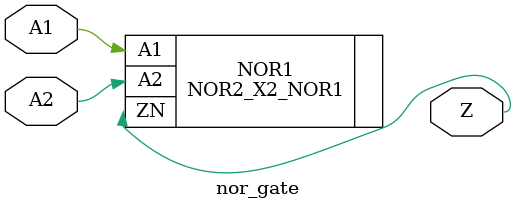
<source format=v>
/*
###############################################################
#  Generated by:      Cadence Innovus 19.11-s128_1
#  OS:                Linux x86_64(Host ID asic.ecs.tuwien.ac.at)
#  Generated on:      Wed Mar 10 15:15:05 2021
#  Design:            nor_gate
#  Command:           write_netlist nor_gate_post.v
###############################################################
*/
// Generated by Cadence Genus(TM) Synthesis Solution 19.11-s087_1
// Generated on: Mar 10 2021 15:14:20 CET (Mar 10 2021 14:14:20 UTC)
// Verification Directory fv/nor_gate 
module nor_gate (
	A1, 
	A2, 
	Z);
   input A1;
   input A2;
   output Z;

   NOR2_X2_NOR1 NOR1 (.A1(A1),
	.A2(A2),
	.ZN(Z));
endmodule

</source>
